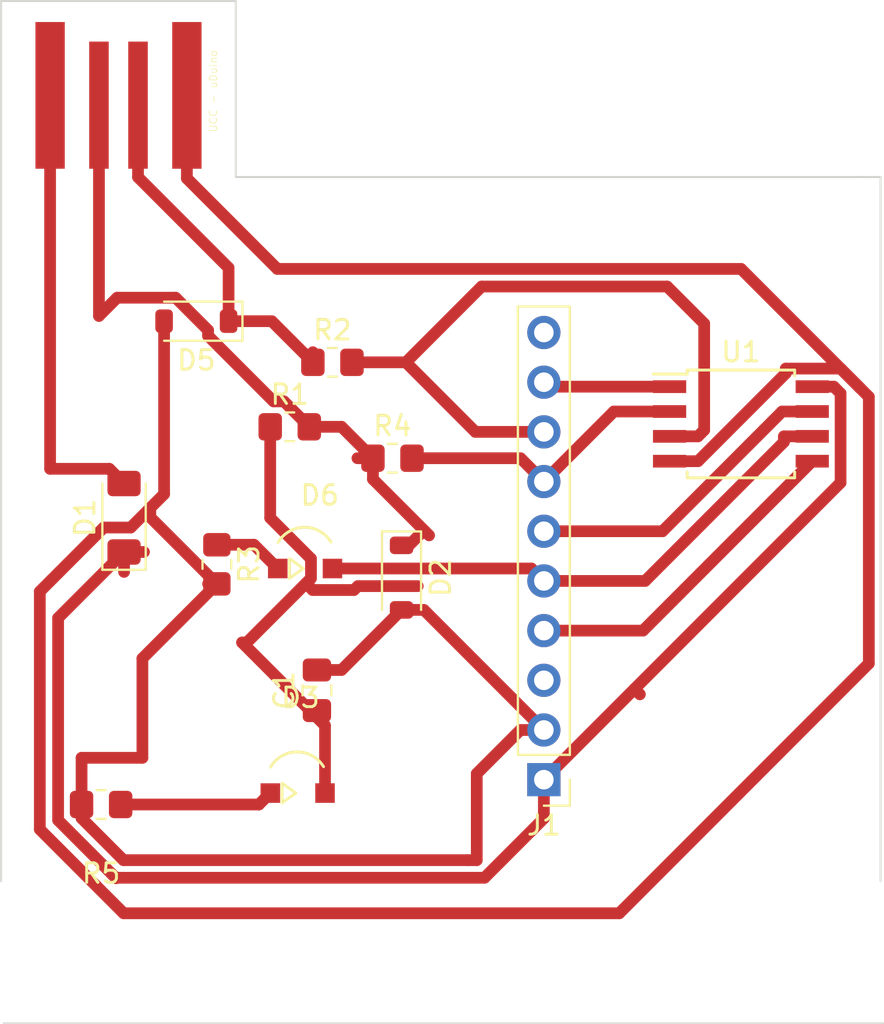
<source format=kicad_pcb>
(kicad_pcb (version 20221018) (generator pcbnew)
  (layers (0 "F.Cu" signal) (31 "B.Cu" signal) (34 "B.Paste" user) (35 "F.Paste" user) (36 "B.SilkS" user "B.Silkscreen") (37 "F.SilkS" user "F.Silkscreen") (38 "B.Mask" user) (39 "F.Mask" user) (44 "Edge.Cuts" user))
  (net 0 "")
  (net 1 "GND")
  (net 2 "Net-(D1-A)")
  (net 3 "+5V")
  (net 4 "Net-(D2-K)")
  (net 5 "Net-(D3-K)")
  (net 6 "Net-(D5-K)")
  (net 7 "Net-(D6-K)")
  (net 8 "Net-(D6-A)")
  (net 9 "Net-(J1-Pin_4)")
  (net 10 "Net-(J1-Pin_6)")
  (net 12 "Net-(J1-Pin_7)")
  (net 13 "Net-(J1-Pin_8)")
  (net 14 "Net-(J1-Pin_9)")
  (footprint "Package_SO:SOIC-8W_5.3x5.3mm_P1.27mm" (layer "F.Cu") (at 147.8534 131.6228)
    (fp_text reference "U1" (at 0 -3.68) (layer "F.SilkS"))
    (fp_text value "ATtiny85-20S")
    (fp_line (start -2.75 -2.755) (end -2.75 -2.55) (stroke (width 0.15)) (layer "F.SilkS"))
    (fp_line (start -2.75 -2.755) (end 2.75 -2.755) (stroke (width 0.15)) (layer "F.SilkS"))
    (fp_line (start -2.75 -2.55) (end -4.5 -2.55) (stroke (width 0.15)) (layer "F.SilkS"))
    (fp_line (start -2.75 2.755) (end -2.75 2.455) (stroke (width 0.15)) (layer "F.SilkS"))
    (fp_line (start -2.75 2.755) (end 2.75 2.755) (stroke (width 0.15)) (layer "F.SilkS"))
    (fp_line (start 2.75 -2.755) (end 2.75 -2.455) (stroke (width 0.15)) (layer "F.SilkS"))
    (fp_line (start 2.75 2.755) (end 2.75 2.455) (stroke (width 0.15)) (layer "F.SilkS"))
    (pad "1" smd rect (at -3.65 -1.905) (size 1.7 0.65) (layers "F.Cu" "F.Paste" "F.Mask") (net 14 "Net-(J1-Pin_9)"))
    (pad "2" smd rect (at -3.65 -0.635) (size 1.7 0.65) (layers "F.Cu" "F.Paste" "F.Mask") (net 12 "Net-(J1-Pin_7)"))
    (pad "3" smd rect (at -3.65 0.635) (size 1.7 0.65) (layers "F.Cu" "F.Paste" "F.Mask") (net 13 "Net-(J1-Pin_8)"))
    (pad "4" smd rect (at -3.65 1.905) (size 1.7 0.65) (layers "F.Cu" "F.Paste" "F.Mask") (net 1 "GND"))
    (pad "5" smd rect (at 3.65 1.905) (size 1.7 0.65) (layers "F.Cu" "F.Paste" "F.Mask") (net 9 "Net-(J1-Pin_4)"))
    (pad "6" smd rect (at 3.65 0.635) (size 1.7 0.65) (layers "F.Cu" "F.Paste" "F.Mask") (net 8 "Net-(D6-A)"))
    (pad "7" smd rect (at 3.65 -0.635) (size 1.7 0.65) (layers "F.Cu" "F.Paste" "F.Mask") (net 10 "Net-(J1-Pin_6)"))
    (pad "8" smd rect (at 3.65 -1.905) (size 1.7 0.65) (layers "F.Cu" "F.Paste" "F.Mask") (net 3 "+5V"))
  )
  (footprint "ledSmd:ledSMD" (layer "F.Cu") (at 125.5708 150.4951)
    (fp_text reference "D3" (at -0.256 -4.8756) (layer "F.SilkS"))
    (fp_text value "LED")
    (fp_line (start -1.2 0.5) (end -1.2 -0.5) (stroke (width 0.15)) (layer "F.SilkS"))
    (fp_line (start -1.15 -0.475) (end -0.5 0) (stroke (width 0.15)) (layer "F.SilkS"))
    (fp_line (start -0.5 0) (end -1.2 0.5) (stroke (width 0.15)) (layer "F.SilkS"))
    (fp_arc (start -1.786089 -1.331572) (mid -0.435753 -2.107089) (end 0.924999 -1.349999) (stroke (width 0.15)) (layer "F.SilkS"))
    (pad "1" smd rect (at -1.8 0) (size 1 1) (layers "F.Cu" "F.Paste" "F.Mask") (net 5 "Net-(D3-K)"))
    (pad "2" smd rect (at 1 0) (size 1 1) (layers "F.Cu" "F.Paste" "F.Mask") (net 3 "+5V"))
  )
  (footprint "embeddedPcbUsb:USB_A_UCC" (layer "F.Cu") (at 116.0018 115.0262 -90)
    (fp_text reference "J2" hide)
    (fp_text value "USB_A" hide)
    (fp_text user "UCC - uDuino" (at -2.54 -5.08 90) (layer "F.SilkS") (effects (font (size 0.38608 0.38608) (thickness 0.032512)) (justify right bottom)))
    (pad "1" smd rect (at -0.2 3.5 270) (size 7.5 1.5) (layers "F.Cu" "F.Paste" "F.Mask") (net 2 "Net-(D1-A)"))
    (pad "2" smd rect (at 0.3 1 270) (size 6.5 1) (layers "F.Cu" "F.Paste" "F.Mask") (net 4 "Net-(D2-K)"))
    (pad "3" smd rect (at 0.3 -1 270) (size 6.5 1) (layers "F.Cu" "F.Paste" "F.Mask") (net 6 "Net-(D5-K)"))
    (pad "4" smd rect (at -0.2 -3.5 270) (size 7.5 1.5) (layers "F.Cu" "F.Paste" "F.Mask") (net 1 "GND"))
  )
  (footprint "Capacitor_SMD:C_0805_2012Metric_Pad1.18x1.45mm_HandSolder" (layer "F.Cu") (at 126.156 145.2396 90)
    (fp_text reference "C1" (at 0 -1.68 90) (layer "F.SilkS"))
    (fp_text value "C")
    (fp_line (start -0.261252 -0.735) (end 0.261252 -0.735) (stroke (width 0.12)) (layer "F.SilkS"))
    (fp_line (start -0.261252 0.735) (end 0.261252 0.735) (stroke (width 0.12)) (layer "F.SilkS"))
    (pad "1" smd roundrect (at -1.0375 0 90) (size 1.175 1.45) (layers "F.Cu" "F.Paste" "F.Mask") (roundrect_rratio 0.212766) (net 3 "+5V"))
    (pad "2" smd roundrect (at 1.0375 0 90) (size 1.175 1.45) (layers "F.Cu" "F.Paste" "F.Mask") (roundrect_rratio 0.212766) (net 1 "GND"))
  )
  (footprint "Resistor_SMD:R_0805_2012Metric_Pad1.20x1.40mm_HandSolder" (layer "F.Cu") (at 126.9492 128.4732)
    (fp_text reference "R2" (at 0 -1.65) (layer "F.SilkS"))
    (fp_text value "R")
    (fp_line (start -0.227064 -0.735) (end 0.227064 -0.735) (stroke (width 0.12)) (layer "F.SilkS"))
    (fp_line (start -0.227064 0.735) (end 0.227064 0.735) (stroke (width 0.12)) (layer "F.SilkS"))
    (pad "1" smd roundrect (at -1 0) (size 1.2 1.4) (layers "F.Cu" "F.Paste" "F.Mask") (roundrect_rratio 0.208333) (net 6 "Net-(D5-K)"))
    (pad "2" smd roundrect (at 1 0) (size 1.2 1.4) (layers "F.Cu" "F.Paste" "F.Mask") (roundrect_rratio 0.208333) (net 13 "Net-(J1-Pin_8)"))
  )
  (footprint "Connector_PinHeader_2.54mm:PinHeader_1x10_P2.54mm_Vertical" (layer "F.Cu") (at 137.7696 149.8092 180)
    (fp_text reference "J1" (at 0 -2.33) (layer "F.SilkS"))
    (fp_text value "Conn_01x10_Socket")
    (fp_line (start -1.33 -1.33) (end 0 -1.33) (stroke (width 0.12)) (layer "F.SilkS"))
    (fp_line (start -1.33 0) (end -1.33 -1.33) (stroke (width 0.12)) (layer "F.SilkS"))
    (fp_line (start -1.33 1.27) (end -1.33 24.19) (stroke (width 0.12)) (layer "F.SilkS"))
    (fp_line (start -1.33 1.27) (end 1.33 1.27) (stroke (width 0.12)) (layer "F.SilkS"))
    (fp_line (start -1.33 24.19) (end 1.33 24.19) (stroke (width 0.12)) (layer "F.SilkS"))
    (fp_line (start 1.33 1.27) (end 1.33 24.19) (stroke (width 0.12)) (layer "F.SilkS"))
    (pad "1" thru_hole rect (at 0 0 180) (size 1.7 1.7) (drill 1) (layers "*.Cu" "*.Mask") (net 3 "+5V"))
    (pad "2" thru_hole oval (at 0 2.54 180) (size 1.7 1.7) (drill 1) (layers "*.Cu" "*.Mask") (net 1 "GND"))
    (pad "3" thru_hole oval (at 0 5.08 180) (size 1.7 1.7) (drill 1) (layers "*.Cu" "*.Mask"))
    (pad "4" thru_hole oval (at 0 7.62 180) (size 1.7 1.7) (drill 1) (layers "*.Cu" "*.Mask") (net 9 "Net-(J1-Pin_4)"))
    (pad "5" thru_hole oval (at 0 10.16 180) (size 1.7 1.7) (drill 1) (layers "*.Cu" "*.Mask") (net 8 "Net-(D6-A)"))
    (pad "6" thru_hole oval (at 0 12.7 180) (size 1.7 1.7) (drill 1) (layers "*.Cu" "*.Mask") (net 10 "Net-(J1-Pin_6)"))
    (pad "7" thru_hole oval (at 0 15.24 180) (size 1.7 1.7) (drill 1) (layers "*.Cu" "*.Mask") (net 12 "Net-(J1-Pin_7)"))
    (pad "8" thru_hole oval (at 0 17.78 180) (size 1.7 1.7) (drill 1) (layers "*.Cu" "*.Mask") (net 13 "Net-(J1-Pin_8)"))
    (pad "9" thru_hole oval (at 0 20.32 180) (size 1.7 1.7) (drill 1) (layers "*.Cu" "*.Mask") (net 14 "Net-(J1-Pin_9)"))
    (pad "10" thru_hole oval (at 0 22.86 180) (size 1.7 1.7) (drill 1) (layers "*.Cu" "*.Mask"))
  )
  (footprint "Resistor_SMD:R_0805_2012Metric_Pad1.20x1.40mm_HandSolder" (layer "F.Cu") (at 121.036 138.7996 -90)
    (fp_text reference "R3" (at 0 -1.65 -270) (layer "F.SilkS"))
    (fp_text value "R")
    (fp_line (start -0.227064 -0.735) (end 0.227064 -0.735) (stroke (width 0.12)) (layer "F.SilkS"))
    (fp_line (start -0.227064 0.735) (end 0.227064 0.735) (stroke (width 0.12)) (layer "F.SilkS"))
    (pad "1" smd roundrect (at -1 0 270) (size 1.2 1.4) (layers "F.Cu" "F.Paste" "F.Mask") (roundrect_rratio 0.208333) (net 7 "Net-(D6-K)"))
    (pad "2" smd roundrect (at 1 0 270) (size 1.2 1.4) (layers "F.Cu" "F.Paste" "F.Mask") (roundrect_rratio 0.208333) (net 1 "GND"))
  )
  (footprint "Resistor_SMD:R_0805_2012Metric_Pad1.20x1.40mm_HandSolder" (layer "F.Cu") (at 115.1128 151.0792 180)
    (fp_text reference "R5" (at 0 -3.5248) (layer "F.SilkS"))
    (fp_text value "R")
    (fp_line (start -0.227064 -0.735) (end 0.227064 -0.735) (stroke (width 0.12)) (layer "F.SilkS"))
    (fp_line (start -0.227064 0.735) (end 0.227064 0.735) (stroke (width 0.12)) (layer "F.SilkS"))
    (pad "1" smd roundrect (at -1 0 180) (size 1.2 1.4) (layers "F.Cu" "F.Paste" "F.Mask") (roundrect_rratio 0.208333) (net 5 "Net-(D3-K)"))
    (pad "2" smd roundrect (at 1 0 180) (size 1.2 1.4) (layers "F.Cu" "F.Paste" "F.Mask") (roundrect_rratio 0.208333) (net 1 "GND"))
  )
  (footprint "Diode_SMD:D_MiniMELF" (layer "F.Cu") (at 116.286 136.4196 90)
    (fp_text reference "D1" (at 0 -2 90) (layer "F.SilkS"))
    (fp_text value "D_Filled")
    (fp_line (start -2.66 -1.11) (end -2.66 1.11) (stroke (width 0.12)) (layer "F.SilkS"))
    (fp_line (start -2.66 1.11) (end 1.75 1.11) (stroke (width 0.12)) (layer "F.SilkS"))
    (fp_line (start 1.75 -1.11) (end -2.66 -1.11) (stroke (width 0.12)) (layer "F.SilkS"))
    (pad "1" smd roundrect (at -1.75 0 90) (size 1.3 1.7) (layers "F.Cu" "F.Paste" "F.Mask") (roundrect_rratio 0.1923076923) (net 3 "+5V"))
    (pad "2" smd roundrect (at 1.75 0 90) (size 1.3 1.7) (layers "F.Cu" "F.Paste" "F.Mask") (roundrect_rratio 0.1923076923) (net 2 "Net-(D1-A)"))
  )
  (footprint "Diode_SMD:D_SOD-123" (layer "F.Cu") (at 130.486 139.4796 -90)
    (fp_text reference "D2" (at 0 -2 90) (layer "F.SilkS"))
    (fp_text value "D_Zener")
    (fp_line (start -2.36 -1) (end -2.36 1) (stroke (width 0.12)) (layer "F.SilkS"))
    (fp_line (start -2.36 -1) (end 1.65 -1) (stroke (width 0.12)) (layer "F.SilkS"))
    (fp_line (start -2.36 1) (end 1.65 1) (stroke (width 0.12)) (layer "F.SilkS"))
    (pad "1" smd roundrect (at -1.65 0 270) (size 0.9 1.2) (layers "F.Cu" "F.Paste" "F.Mask") (net 4 "Net-(D2-K)"))
    (pad "2" smd roundrect (at 1.65 0 270) (size 0.9 1.2) (layers "F.Cu" "F.Paste" "F.Mask") (net 1 "GND"))
  )
  (footprint "Resistor_SMD:R_0805_2012Metric_Pad1.20x1.40mm_HandSolder" (layer "F.Cu") (at 124.766 131.7696)
    (fp_text reference "R1" (at 0 -1.65) (layer "F.SilkS"))
    (fp_text value "R")
    (fp_line (start -0.227064 -0.735) (end 0.227064 -0.735) (stroke (width 0.12)) (layer "F.SilkS"))
    (fp_line (start -0.227064 0.735) (end 0.227064 0.735) (stroke (width 0.12)) (layer "F.SilkS"))
    (pad "1" smd roundrect (at -1 0) (size 1.2 1.4) (layers "F.Cu" "F.Paste" "F.Mask") (roundrect_rratio 0.208333) (net 3 "+5V"))
    (pad "2" smd roundrect (at 1 0) (size 1.2 1.4) (layers "F.Cu" "F.Paste" "F.Mask") (roundrect_rratio 0.208333) (net 4 "Net-(D2-K)"))
  )
  (footprint "Resistor_SMD:R_0805_2012Metric_Pad1.20x1.40mm_HandSolder" (layer "F.Cu") (at 130.0226 133.3754)
    (fp_text reference "R4" (at 0 -1.65) (layer "F.SilkS"))
    (fp_text value "R")
    (fp_line (start -0.227064 -0.735) (end 0.227064 -0.735) (stroke (width 0.12)) (layer "F.SilkS"))
    (fp_line (start -0.227064 0.735) (end 0.227064 0.735) (stroke (width 0.12)) (layer "F.SilkS"))
    (pad "1" smd roundrect (at -1 0) (size 1.2 1.4) (layers "F.Cu" "F.Paste" "F.Mask") (roundrect_rratio 0.208333) (net 4 "Net-(D2-K)"))
    (pad "2" smd roundrect (at 1 0) (size 1.2 1.4) (layers "F.Cu" "F.Paste" "F.Mask") (roundrect_rratio 0.208333) (net 12 "Net-(J1-Pin_7)"))
  )
  (footprint "Diode_SMD:D_SOD-123" (layer "F.Cu") (at 119.986 126.3696 180)
    (fp_text reference "D5" (at 0 -2) (layer "F.SilkS"))
    (fp_text value "D_Zener")
    (fp_line (start -2.36 -1) (end -2.36 1) (stroke (width 0.12)) (layer "F.SilkS"))
    (fp_line (start -2.36 -1) (end 1.65 -1) (stroke (width 0.12)) (layer "F.SilkS"))
    (fp_line (start -2.36 1) (end 1.65 1) (stroke (width 0.12)) (layer "F.SilkS"))
    (pad "1" smd roundrect (at -1.65 0 180) (size 0.9 1.2) (layers "F.Cu" "F.Paste" "F.Mask") (net 6 "Net-(D5-K)"))
    (pad "2" smd roundrect (at 1.65 0 180) (size 0.9 1.2) (layers "F.Cu" "F.Paste" "F.Mask") (net 1 "GND"))
  )
  (footprint "ledSmd:ledSMD" (layer "F.Cu") (at 125.9518 139.0143)
    (fp_text reference "D6" (at 0.3476 -3.7411) (layer "F.SilkS"))
    (fp_text value "LED")
    (fp_line (start -1.2 0.5) (end -1.2 -0.5) (stroke (width 0.15)) (layer "F.SilkS"))
    (fp_line (start -1.15 -0.475) (end -0.5 0) (stroke (width 0.15)) (layer "F.SilkS"))
    (fp_line (start -0.5 0) (end -1.2 0.5) (stroke (width 0.15)) (layer "F.SilkS"))
    (fp_arc (start -1.786089 -1.331572) (mid -0.435753 -2.107089) (end 0.924999 -1.349999) (stroke (width 0.15)) (layer "F.SilkS"))
    (pad "1" smd rect (at -1.8 0) (size 1 1) (layers "F.Cu" "F.Paste" "F.Mask") (net 7 "Net-(D6-K)"))
    (pad "2" smd rect (at 1 0) (size 1 1) (layers "F.Cu" "F.Paste" "F.Mask") (net 8 "Net-(D6-A)"))
  )
  (gr_line (start 110 110) (end 122 110) (stroke (width 0.1)) (layer "Edge.Cuts"))
  (gr_line (start 122 119) (end 122 110) (stroke (width 0.1)) (layer "Edge.Cuts"))
  (gr_line (start 110 110) (end 110 155) (stroke (width 0.1)) (layer "Edge.Cuts"))
  (gr_line (start 122 119) (end 154 119) (stroke (width 0.1)) (layer "Edge.Cuts"))
  (gr_line (start 110.126 162.2696) (end 155.126 162.2696) (stroke (width 0.1)) (layer "Edge.Cuts"))
  (gr_line (start 154 119) (end 155 119) (stroke (width 0.1)) (layer "Edge.Cuts"))
  (gr_line (start 155 155) (end 155 119) (stroke (width 0.1)) (layer "Edge.Cuts"))
  (segment (start 120.58701 139.7996) (end 121.036 139.7996) (width 0.6) (layer "F.Cu") (net 1))
  (segment (start 154.4 143.868392) (end 154.4 130.236608) (width 0.6) (layer "F.Cu") (net 1))
  (segment (start 150.15 129.033992) (end 145.656192 133.5278) (width 0.6) (layer "F.Cu") (net 1))
  (segment (start 134.336 149.500719) (end 134.336 153.924) (width 0.6) (layer "F.Cu") (net 1))
  (segment (start 115.246 136.9196) (end 111.976 140.1896) (width 0.6) (layer "F.Cu") (net 1))
  (segment (start 136.567519 147.2692) (end 134.336 149.500719) (width 0.6) (layer "F.Cu") (net 1))
  (segment (start 145.656192 133.5278) (end 144.2034 133.5278) (width 0.6) (layer "F.Cu") (net 1))
  (segment (start 118.336 135.2096) (end 117.631 135.9146) (width 0.6) (layer "F.Cu") (net 1))
  (segment (start 152.956192 128.7928) (end 150.15 128.7928) (width 0.6) (layer "F.Cu") (net 1))
  (segment (start 153.953396 129.790004) (end 152.956192 128.7928) (width 0.6) (layer "F.Cu") (net 1))
  (segment (start 150.15 128.7928) (end 150.15 129.033992) (width 0.6) (layer "F.Cu") (net 1))
  (segment (start 154.4 130.236608) (end 153.953396 129.790004) (width 0.6) (layer "F.Cu") (net 1))
  (segment (start 141.628792 156.6396) (end 154.4 143.868392) (width 0.6) (layer "F.Cu") (net 1))
  (segment (start 114.1128 151.7792) (end 116.2576 153.924) (width 0.6) (layer "F.Cu") (net 1))
  (segment (start 121.033918 139.7996) (end 117.631 136.396682) (width 0.6) (layer "F.Cu") (net 1))
  (segment (start 131.63 141.1296) (end 137.7696 147.2692) (width 0.6) (layer "F.Cu") (net 1))
  (segment (start 116.2576 153.924) (end 133.856 153.924) (width 0.6) (layer "F.Cu") (net 1))
  (segment (start 119.5018 119.07) (end 124.1298 123.698) (width 0.6) (layer "F.Cu") (net 1))
  (segment (start 114.1128 151.0792) (end 114.1128 151.7792) (width 0.6) (layer "F.Cu") (net 1))
  (segment (start 133.856 153.924) (end 134.336 153.924) (width 0.6) (layer "F.Cu") (net 1))
  (segment (start 130.486 141.1296) (end 131.63 141.1296) (width 0.6) (layer "F.Cu") (net 1))
  (segment (start 116.266 156.6396) (end 141.628792 156.6396) (width 0.6) (layer "F.Cu") (net 1))
  (segment (start 137.7696 147.2692) (end 136.567519 147.2692) (width 0.6) (layer "F.Cu") (net 1))
  (segment (start 121.036 139.7996) (end 121.033918 139.7996) (width 0.6) (layer "F.Cu") (net 1))
  (segment (start 124.1298 123.698) (end 147.861392 123.698) (width 0.6) (layer "F.Cu") (net 1))
  (segment (start 117.226 143.6096) (end 117.226 148.6916) (width 0.6) (layer "F.Cu") (net 1))
  (segment (start 119.5018 114.8262) (end 119.5018 119.07) (width 0.6) (layer "F.Cu") (net 1))
  (segment (start 116.626 136.9196) (end 115.246 136.9196) (width 0.6) (layer "F.Cu") (net 1))
  (segment (start 117.631 136.396682) (end 117.631 135.9146) (width 0.6) (layer "F.Cu") (net 1))
  (segment (start 147.861392 123.698) (end 153.953396 129.790004) (width 0.6) (layer "F.Cu") (net 1))
  (segment (start 127.4135 144.2021) (end 130.486 141.1296) (width 0.6) (layer "F.Cu") (net 1))
  (segment (start 126.156 144.2021) (end 127.4135 144.2021) (width 0.6) (layer "F.Cu") (net 1))
  (segment (start 111.976 152.3496) (end 116.266 156.6396) (width 0.6) (layer "F.Cu") (net 1))
  (segment (start 114.1128 151.0792) (end 114.1128 148.6916) (width 0.6) (layer "F.Cu") (net 1))
  (segment (start 118.336 126.3696) (end 118.336 135.2096) (width 0.6) (layer "F.Cu") (net 1))
  (segment (start 117.631 135.9146) (end 116.626 136.9196) (width 0.6) (layer "F.Cu") (net 1))
  (segment (start 111.976 140.1896) (end 111.976 152.3496) (width 0.6) (layer "F.Cu") (net 1))
  (segment (start 121.036 139.7996) (end 117.226 143.6096) (width 0.6) (layer "F.Cu") (net 1))
  (segment (start 117.226 148.6916) (end 114.1128 148.6916) (width 0.6) (layer "F.Cu") (net 1))
  (segment (start 112.5018 133.9166) (end 112.5018 114.8262) (width 0.6) (layer "F.Cu") (net 2))
  (segment (start 115.533 133.9166) (end 116.286 134.6696) (width 0.6) (layer "F.Cu") (net 2))
  (segment (start 112.5018 133.9166) (end 115.533 133.9166) (width 0.6) (layer "F.Cu") (net 2))
  (segment (start 122.5699 142.7962) (end 122.326 142.7962) (width 0.6) (layer "F.Cu") (net 3))
  (segment (start 112.9128 151.881282) (end 115.633559 154.602041) (width 0.6) (layer "F.Cu") (net 3))
  (segment (start 152.9534 134.6254) (end 152.9534 130.0628) (width 0.6) (layer "F.Cu") (net 3))
  (segment (start 123.766 136.4285) (end 125.8518 138.5143) (width 0.6) (layer "F.Cu") (net 3))
  (segment (start 152.6084 129.7178) (end 151.5034 129.7178) (width 0.6) (layer "F.Cu") (net 3))
  (segment (start 134.7316 154.824) (end 137.7696 151.786) (width 0.6) (layer "F.Cu") (net 3))
  (segment (start 116.286 138.1696) (end 116.286 139.187108) (width 0.6) (layer "F.Cu") (net 3))
  (segment (start 116.286 138.1696) (end 112.9128 141.5428) (width 0.6) (layer "F.Cu") (net 3))
  (segment (start 126.5708 147.041) (end 126.5708 150.4951) (width 0.6) (layer "F.Cu") (net 3))
  (segment (start 131.316 139.9143) (end 128.2518 139.9143) (width 0.6) (layer "F.Cu") (net 3))
  (segment (start 115.633559 154.602041) (end 115.855518 154.824) (width 0.6) (layer "F.Cu") (net 3))
  (segment (start 152.9534 130.0628) (end 152.6084 129.7178) (width 0.6) (layer "F.Cu") (net 3))
  (segment (start 125.8518 138.5143) (end 125.8518 139.5143) (width 0.6) (layer "F.Cu") (net 3))
  (segment (start 125.8518 139.5143) (end 122.5699 142.7962) (width 0.6) (layer "F.Cu") (net 3))
  (segment (start 128.0518 140.1143) (end 125.9407 140.1143) (width 0.6) (layer "F.Cu") (net 3))
  (segment (start 142.6828 145.4464) (end 142.4076 145.1712) (width 0.6) (layer "F.Cu") (net 3))
  (segment (start 152.9534 134.6254) (end 142.4076 145.1712) (width 0.6) (layer "F.Cu") (net 3))
  (segment (start 115.633559 154.602041) (end 115.881118 154.8496) (width 0.6) (layer "F.Cu") (net 3))
  (segment (start 142.4076 145.1712) (end 137.7696 149.8092) (width 0.6) (layer "F.Cu") (net 3))
  (segment (start 123.766 131.7696) (end 123.766 136.4285) (width 0.6) (layer "F.Cu") (net 3))
  (segment (start 117.306 138.1696) (end 116.286 138.1696) (width 0.6) (layer "F.Cu") (net 3))
  (segment (start 125.9407 140.1143) (end 125.59625 139.76985) (width 0.6) (layer "F.Cu") (net 3))
  (segment (start 128.2518 139.9143) (end 128.0518 140.1143) (width 0.6) (layer "F.Cu") (net 3))
  (segment (start 137.7696 151.786) (end 137.7696 149.8092) (width 0.6) (layer "F.Cu") (net 3))
  (segment (start 122.326 142.7962) (end 126.5708 147.041) (width 0.6) (layer "F.Cu") (net 3))
  (segment (start 115.855518 154.824) (end 134.7316 154.824) (width 0.6) (layer "F.Cu") (net 3))
  (segment (start 112.9128 141.5428) (end 112.9128 151.881282) (width 0.6) (layer "F.Cu") (net 3))
  (segment (start 123.936 130.4696) (end 124.468082 130.4696) (width 0.6) (layer "F.Cu") (net 4))
  (segment (start 124.468082 130.4696) (end 125.766 131.767518) (width 0.6) (layer "F.Cu") (net 4))
  (segment (start 131.671 137.0946) (end 131.896 137.3196) (width 0.6) (layer "F.Cu") (net 4))
  (segment (start 115.0018 126.1026) (end 115.0018 115.3262) (width 0.6) (layer "F.Cu") (net 4))
  (segment (start 128.229 133.3754) (end 129.0226 133.3754) (width 0.6) (layer "F.Cu") (net 4))
  (segment (start 115.0018 126.1026) (end 115.9348 125.1696) (width 0.6) (layer "F.Cu") (net 4))
  (segment (start 127.4168 131.7696) (end 129.0226 133.3754) (width 0.6) (layer "F.Cu") (net 4))
  (segment (start 120.586 127.1196) (end 123.936 130.4696) (width 0.6) (layer "F.Cu") (net 4))
  (segment (start 120.586 126.8296) (end 120.586 127.1196) (width 0.6) (layer "F.Cu") (net 4))
  (segment (start 118.926 125.1696) (end 120.586 126.8296) (width 0.6) (layer "F.Cu") (net 4))
  (segment (start 125.766 131.7696) (end 127.4168 131.7696) (width 0.6) (layer "F.Cu") (net 4))
  (segment (start 129.0226 134.4462) (end 131.671 137.0946) (width 0.6) (layer "F.Cu") (net 4))
  (segment (start 129.0226 133.3754) (end 129.0226 134.4462) (width 0.6) (layer "F.Cu") (net 4))
  (segment (start 125.766 131.767518) (end 125.766 131.7696) (width 0.6) (layer "F.Cu") (net 4))
  (segment (start 130.866 137.8296) (end 131.601 137.0946) (width 0.6) (layer "F.Cu") (net 4))
  (segment (start 115.9348 125.1696) (end 118.926 125.1696) (width 0.6) (layer "F.Cu") (net 4))
  (segment (start 131.601 137.0946) (end 131.671 137.0946) (width 0.6) (layer "F.Cu") (net 4))
  (segment (start 125.766 131.7096) (end 125.766 131.7696) (width 0.6) (layer "F.Cu") (net 4))
  (segment (start 130.486 137.8296) (end 130.866 137.8296) (width 0.6) (layer "F.Cu") (net 4))
  (segment (start 123.1867 151.0792) (end 123.7708 150.4951) (width 0.6) (layer "F.Cu") (net 5))
  (segment (start 116.1128 151.0792) (end 123.1867 151.0792) (width 0.6) (layer "F.Cu") (net 5))
  (segment (start 121.636 126.3696) (end 123.8456 126.3696) (width 0.6) (layer "F.Cu") (net 6))
  (segment (start 121.636 123.6416) (end 117.0018 119.0074) (width 0.6) (layer "F.Cu") (net 6))
  (segment (start 121.636 126.3696) (end 121.636 123.6416) (width 0.6) (layer "F.Cu") (net 6))
  (segment (start 125.9492 128.4732) (end 125.9492 127.9548) (width 0.6) (layer "F.Cu") (net 6))
  (segment (start 123.8456 126.3696) (end 125.9492 128.4732) (width 0.6) (layer "F.Cu") (net 6))
  (segment (start 117.0018 119.0074) (end 117.0018 115.3262) (width 0.6) (layer "F.Cu") (net 6))
  (segment (start 122.9371 137.7996) (end 124.1518 139.0143) (width 0.6) (layer "F.Cu") (net 7))
  (segment (start 121.036 137.7996) (end 122.9371 137.7996) (width 0.6) (layer "F.Cu") (net 7))
  (segment (start 151.5034 132.2578) (end 150.0534 132.2578) (width 0.6) (layer "F.Cu") (net 8))
  (segment (start 142.9512 139.6492) (end 137.7696 139.6492) (width 0.6) (layer "F.Cu") (net 8))
  (segment (start 150.0534 132.2578) (end 150.0534 132.547) (width 0.6) (layer "F.Cu") (net 8))
  (segment (start 126.9518 139.0143) (end 137.1347 139.0143) (width 0.6) (layer "F.Cu") (net 8))
  (segment (start 150.0534 132.547) (end 142.9512 139.6492) (width 0.6) (layer "F.Cu") (net 8))
  (segment (start 137.1347 139.0143) (end 137.7696 139.6492) (width 0.6) (layer "F.Cu") (net 8))
  (segment (start 151.5034 133.5278) (end 142.842 142.1892) (width 0.6) (layer "F.Cu") (net 9))
  (segment (start 142.842 142.1892) (end 137.7696 142.1892) (width 0.6) (layer "F.Cu") (net 9))
  (segment (start 149.9616 130.9878) (end 143.8402 137.1092) (width 0.6) (layer "F.Cu") (net 10))
  (segment (start 143.8402 137.1092) (end 137.7696 137.1092) (width 0.6) (layer "F.Cu") (net 10))
  (segment (start 151.5034 130.9878) (end 149.9616 130.9878) (width 0.6) (layer "F.Cu") (net 10))
  (segment (start 141.351 130.9878) (end 137.7696 134.5692) (width 0.6) (layer "F.Cu") (net 12))
  (segment (start 136.5758 133.3754) (end 137.7696 134.5692) (width 0.6) (layer "F.Cu") (net 12))
  (segment (start 144.2034 130.9878) (end 141.351 130.9878) (width 0.6) (layer "F.Cu") (net 12))
  (segment (start 131.0226 133.3754) (end 136.5758 133.3754) (width 0.6) (layer "F.Cu") (net 12))
  (segment (start 134.5836 124.598) (end 130.7084 128.4732) (width 0.6) (layer "F.Cu") (net 13))
  (segment (start 145.9738 126.492) (end 144.0798 124.598) (width 0.6) (layer "F.Cu") (net 13))
  (segment (start 144.0798 124.598) (end 134.5836 124.598) (width 0.6) (layer "F.Cu") (net 13))
  (segment (start 144.2034 132.2578) (end 145.6534 132.2578) (width 0.6) (layer "F.Cu") (net 13))
  (segment (start 130.7084 128.4732) (end 134.2644 132.0292) (width 0.6) (layer "F.Cu") (net 13))
  (segment (start 145.6534 132.2578) (end 145.9738 131.9374) (width 0.6) (layer "F.Cu") (net 13))
  (segment (start 145.9738 131.9374) (end 145.9738 126.492) (width 0.6) (layer "F.Cu") (net 13))
  (segment (start 127.9492 128.4732) (end 130.7084 128.4732) (width 0.6) (layer "F.Cu") (net 13))
  (segment (start 134.2644 132.0292) (end 137.7696 132.0292) (width 0.6) (layer "F.Cu") (net 13))
  (segment (start 137.9982 129.7178) (end 137.7696 129.4892) (width 0.6) (layer "F.Cu") (net 14))
  (segment (start 144.2034 129.7178) (end 137.9982 129.7178) (width 0.6) (layer "F.Cu") (net 14))
)
</source>
